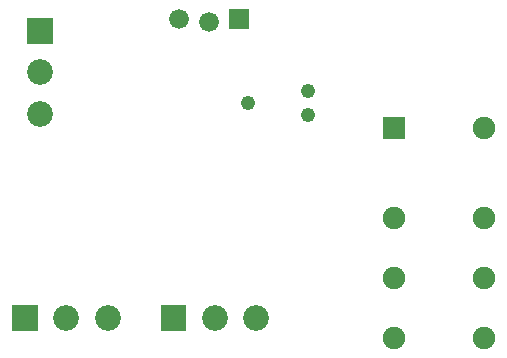
<source format=gbr>
G04 start of page 8 for group -4062 idx -4062 *
G04 Title: (unknown), soldermask *
G04 Creator: pcb 4.0.2 *
G04 CreationDate: Wed Oct 14 23:21:47 2020 UTC *
G04 For: ndholmes *
G04 Format: Gerber/RS-274X *
G04 PCB-Dimensions (mil): 1700.00 1200.00 *
G04 PCB-Coordinate-Origin: lower left *
%MOIN*%
%FSLAX25Y25*%
%LNBOTTOMMASK*%
%ADD51C,0.0750*%
%ADD50C,0.0660*%
%ADD49C,0.0490*%
%ADD48C,0.0860*%
%ADD47C,0.0001*%
G54D47*G36*
X54755Y18973D02*Y10373D01*
X63355D01*
Y18973D01*
X54755D01*
G37*
G54D48*X72835Y14673D03*
X86614D03*
G54D47*G36*
X77700Y117800D02*Y111200D01*
X84300D01*
Y117800D01*
X77700D01*
G37*
G54D49*X84000Y86500D03*
X104000Y90500D03*
Y82500D03*
G54D50*X71000Y113500D03*
X61000Y114500D03*
G54D51*X132500Y8000D03*
X162500D03*
Y28000D03*
Y48000D03*
Y78000D03*
G54D47*G36*
X128750Y81750D02*Y74250D01*
X136250D01*
Y81750D01*
X128750D01*
G37*
G54D51*X132500Y48000D03*
Y28000D03*
G54D47*G36*
X10373Y114745D02*Y106145D01*
X18973D01*
Y114745D01*
X10373D01*
G37*
G54D48*X14673Y96665D03*
Y82886D03*
G54D47*G36*
X5255Y18973D02*Y10373D01*
X13855D01*
Y18973D01*
X5255D01*
G37*
G54D48*X23335Y14673D03*
X37114D03*
M02*

</source>
